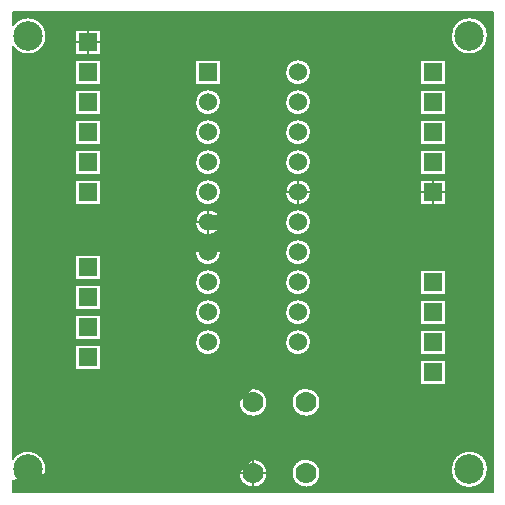
<source format=gbr>
%FSLAX23Y23*%
%MOIN*%
G04 EasyPC Gerber Version 18.0.1 Build 3581 *
%ADD14R,0.06000X0.06000*%
%ADD12R,0.06000X0.06000*%
%ADD71C,0.00500*%
%ADD18C,0.05000*%
%ADD17C,0.05600*%
%ADD13C,0.06000*%
%ADD16C,0.07000*%
%ADD20C,0.09843*%
X0Y0D02*
D02*
D12*
X753Y1519D03*
D02*
D13*
Y619D03*
Y719D03*
Y819D03*
Y919D03*
Y1019D03*
Y1119D03*
Y1219D03*
Y1319D03*
Y1419D03*
X1053Y619D03*
Y719D03*
Y819D03*
Y919D03*
Y1019D03*
Y1119D03*
Y1219D03*
Y1319D03*
Y1419D03*
Y1519D03*
D02*
D14*
X353Y569D03*
Y669D03*
Y769D03*
Y869D03*
Y1119D03*
Y1219D03*
Y1319D03*
Y1419D03*
Y1519D03*
Y1619D03*
X1503Y519D03*
Y619D03*
Y719D03*
Y819D03*
Y1119D03*
Y1219D03*
Y1319D03*
Y1419D03*
Y1519D03*
D02*
D16*
X903Y183D03*
Y419D03*
X1080Y183D03*
Y419D03*
D02*
D17*
X478Y369D03*
Y1019D03*
X903Y1119D03*
D02*
D18*
X478Y369D02*
Y1019D01*
X903Y1119D02*
Y1019D01*
X753*
D02*
D71*
X103Y159D02*
Y119D01*
X1703*
Y1719*
X103*
Y1676*
G75*
G02X215Y1640I50J-36*
G01*
G75*
G02X103Y1604I-62*
G01*
Y231*
G75*
G02X215Y195I50J-36*
G01*
G75*
G02X103Y159I-62*
G01*
X311Y1161D02*
X396D01*
Y1076*
X311*
Y1161*
Y1261D02*
X396D01*
Y1176*
X311*
Y1261*
Y1361D02*
X396D01*
Y1276*
X311*
Y1361*
Y1461D02*
X396D01*
Y1376*
X311*
Y1461*
Y1561D02*
X396D01*
Y1476*
X311*
Y1561*
Y1661D02*
X396D01*
Y1576*
X311*
Y1661*
X396Y526D02*
X311D01*
Y611*
X396*
Y526*
Y626D02*
X311D01*
Y711*
X396*
Y626*
Y726D02*
X311D01*
Y811*
X396*
Y726*
Y826D02*
X311D01*
Y911*
X396*
Y826*
X711Y619D02*
G75*
G02X796I43D01*
G01*
G75*
G02X711I-43*
G01*
Y719D02*
G75*
G02X796I43D01*
G01*
G75*
G02X711I-43*
G01*
Y819D02*
G75*
G02X796I43D01*
G01*
G75*
G02X711I-43*
G01*
Y919D02*
G75*
G02X796I43D01*
G01*
G75*
G02X711I-43*
G01*
Y1019D02*
G75*
G02X796I43D01*
G01*
G75*
G02X711I-43*
G01*
Y1119D02*
G75*
G02X796I43D01*
G01*
G75*
G02X711I-43*
G01*
Y1219D02*
G75*
G02X796I43D01*
G01*
G75*
G02X711I-43*
G01*
Y1319D02*
G75*
G02X796I43D01*
G01*
G75*
G02X711I-43*
G01*
Y1419D02*
G75*
G02X796I43D01*
G01*
G75*
G02X711I-43*
G01*
Y1476D02*
Y1561D01*
X796*
Y1476*
X711*
X903Y230D02*
G75*
G02Y135J-48D01*
G01*
G75*
G02Y230J48*
G01*
Y466D02*
G75*
G02Y371J-48D01*
G01*
G75*
G02Y466J48*
G01*
X1011Y619D02*
G75*
G02X1096I43D01*
G01*
G75*
G02X1011I-43*
G01*
Y719D02*
G75*
G02X1096I43D01*
G01*
G75*
G02X1011I-43*
G01*
Y819D02*
G75*
G02X1096I43D01*
G01*
G75*
G02X1011I-43*
G01*
Y919D02*
G75*
G02X1096I43D01*
G01*
G75*
G02X1011I-43*
G01*
Y1019D02*
G75*
G02X1096I43D01*
G01*
G75*
G02X1011I-43*
G01*
Y1119D02*
G75*
G02X1096I43D01*
G01*
G75*
G02X1011I-43*
G01*
Y1219D02*
G75*
G02X1096I43D01*
G01*
G75*
G02X1011I-43*
G01*
Y1319D02*
G75*
G02X1096I43D01*
G01*
G75*
G02X1011I-43*
G01*
Y1419D02*
G75*
G02X1096I43D01*
G01*
G75*
G02X1011I-43*
G01*
Y1519D02*
G75*
G02X1096I43D01*
G01*
G75*
G02X1011I-43*
G01*
X1080Y230D02*
G75*
G02Y135J-48D01*
G01*
G75*
G02Y230J48*
G01*
Y466D02*
G75*
G02Y371J-48D01*
G01*
G75*
G02Y466J48*
G01*
X1461Y561D02*
X1546D01*
Y476*
X1461*
Y561*
Y661D02*
X1546D01*
Y576*
X1461*
Y661*
Y761D02*
X1546D01*
Y676*
X1461*
Y761*
Y861D02*
X1546D01*
Y776*
X1461*
Y861*
Y1161D02*
X1546D01*
Y1076*
X1461*
Y1161*
Y1261D02*
X1546D01*
Y1176*
X1461*
Y1261*
Y1361D02*
X1546D01*
Y1276*
X1461*
Y1361*
Y1461D02*
X1546D01*
Y1376*
X1461*
Y1461*
Y1561D02*
X1546D01*
Y1476*
X1461*
Y1561*
X1563Y195D02*
G75*
G02X1686I62D01*
G01*
G75*
G02X1563I-62*
G01*
Y1640D02*
G75*
G02X1686I62D01*
G01*
G75*
G02X1563I-62*
G01*
X103Y1119D02*
G36*
Y1019D01*
X711*
G75*
G02X796I43*
G01*
X1011*
G75*
G02X1096I43*
G01*
X1703*
Y1119*
X1546*
Y1076*
X1461*
Y1119*
X1096*
G75*
G02X1011I-43*
G01*
X796*
G75*
G02X711I-43*
G01*
X396*
Y1076*
X311*
Y1119*
X103*
G37*
X311D02*
G36*
Y1161D01*
X396*
Y1119*
X711*
G75*
G02X796I43*
G01*
X1011*
G75*
G02X1096I43*
G01*
X1461*
Y1161*
X1546*
Y1119*
X1703*
Y1219*
X1546*
Y1176*
X1461*
Y1219*
X1096*
G75*
G02X1011I-43*
G01*
X796*
G75*
G02X711I-43*
G01*
X396*
Y1176*
X311*
Y1219*
X103*
Y1119*
X311*
G37*
Y1219D02*
G36*
Y1261D01*
X396*
Y1219*
X711*
G75*
G02X796I43*
G01*
X1011*
G75*
G02X1096I43*
G01*
X1461*
Y1261*
X1546*
Y1219*
X1703*
Y1319*
X1546*
Y1276*
X1461*
Y1319*
X1096*
G75*
G02X1011I-43*
G01*
X796*
G75*
G02X711I-43*
G01*
X396*
Y1276*
X311*
Y1319*
X103*
Y1219*
X311*
G37*
Y1319D02*
G36*
Y1361D01*
X396*
Y1319*
X711*
G75*
G02X796I43*
G01*
X1011*
G75*
G02X1096I43*
G01*
X1461*
Y1361*
X1546*
Y1319*
X1703*
Y1419*
X1546*
Y1376*
X1461*
Y1419*
X1096*
G75*
G02X1011I-43*
G01*
X796*
G75*
G02X711I-43*
G01*
X396*
Y1376*
X311*
Y1419*
X103*
Y1319*
X311*
G37*
Y1419D02*
G36*
Y1461D01*
X396*
Y1419*
X711*
G75*
G02X796I43*
G01*
X1011*
G75*
G02X1096I43*
G01*
X1461*
Y1461*
X1546*
Y1419*
X1703*
Y1519*
X1546*
Y1476*
X1461*
Y1519*
X1096*
G75*
G02X1011I-43*
G01*
X796*
Y1476*
X711*
Y1519*
X396*
Y1476*
X311*
Y1519*
X103*
Y1419*
X311*
G37*
Y1519D02*
G36*
Y1561D01*
X396*
Y1519*
X711*
Y1561*
X796*
Y1519*
X1011*
G75*
G02X1096I43*
G01*
X1461*
Y1561*
X1546*
Y1519*
X1703*
Y1619*
X1682*
G75*
G02X1567I-58J21*
G01*
X396*
Y1576*
X311*
Y1619*
X211*
G75*
G02X103Y1604I-58J21*
G01*
Y1519*
X311*
G37*
Y1619D02*
G36*
Y1661D01*
X396*
Y1619*
X1567*
G75*
G02X1563Y1640I58J21*
G01*
G75*
G02X1686I62*
G01*
G75*
G02X1682Y1619I-62J0*
G01*
X1703*
Y1719*
X103*
Y1676*
G75*
G02X215Y1640I50J-36*
G01*
G75*
G02X211Y1619I-62J0*
G01*
X311*
G37*
X103Y569D02*
G36*
Y519D01*
X1461*
Y561*
X1546*
Y519*
X1703*
Y569*
X396*
Y526*
X311*
Y569*
X103*
G37*
X311D02*
G36*
Y611D01*
X396*
Y569*
X1703*
Y619*
X1546*
Y576*
X1461*
Y619*
X1096*
G75*
G02X1011I-43*
G01*
X796*
G75*
G02X711I-43*
G01*
X103*
Y569*
X311*
G37*
X103Y669D02*
G36*
Y619D01*
X711*
G75*
G02X796I43*
G01*
X1011*
G75*
G02X1096I43*
G01*
X1461*
Y661*
X1546*
Y619*
X1703*
Y669*
X396*
Y626*
X311*
Y669*
X103*
G37*
X311D02*
G36*
Y711D01*
X396*
Y669*
X1703*
Y719*
X1546*
Y676*
X1461*
Y719*
X1096*
G75*
G02X1011I-43*
G01*
X796*
G75*
G02X711I-43*
G01*
X103*
Y669*
X311*
G37*
X103Y769D02*
G36*
Y719D01*
X711*
G75*
G02X796I43*
G01*
X1011*
G75*
G02X1096I43*
G01*
X1461*
Y761*
X1546*
Y719*
X1703*
Y769*
X396*
Y726*
X311*
Y769*
X103*
G37*
X311D02*
G36*
Y811D01*
X396*
Y769*
X1703*
Y819*
X1546*
Y776*
X1461*
Y819*
X1096*
G75*
G02X1011I-43*
G01*
X796*
G75*
G02X711I-43*
G01*
X103*
Y769*
X311*
G37*
X103Y869D02*
G36*
Y819D01*
X711*
G75*
G02X796I43*
G01*
X1011*
G75*
G02X1096I43*
G01*
X1461*
Y861*
X1546*
Y819*
X1703*
Y869*
X396*
Y826*
X311*
Y869*
X103*
G37*
X311D02*
G36*
Y911D01*
X396*
Y869*
X1703*
Y919*
X1096*
G75*
G02X1011I-43*
G01*
X796*
G75*
G02X711I-43*
G01*
X103*
Y869*
X311*
G37*
X711Y919D02*
G36*
G75*
G02X796I43D01*
G01*
X1011*
G75*
G02X1096I43*
G01*
X1703*
Y1019*
X1096*
G75*
G02X1011I-43*
G01*
X796*
G75*
G02X711I-43*
G01*
X103*
Y919*
X711*
G37*
X214Y183D02*
G36*
G75*
G02X103Y159I-60J13D01*
G01*
Y119*
X1703*
Y183*
X1685*
G75*
G02X1564I-60J13*
G01*
X1128*
G75*
G02X1080Y135I-48*
G01*
G75*
G02X1033Y183J48*
G01*
X951*
G75*
G02X903Y135I-48*
G01*
G75*
G02X856Y183J48*
G01*
X214*
G37*
X856D02*
G36*
G75*
G02X903Y230I48D01*
G01*
G75*
G02X951Y183J-48*
G01*
X1033*
G75*
G02X1080Y230I48*
G01*
G75*
G02X1128Y183J-48*
G01*
X1564*
G75*
G02X1563Y195I60J13*
G01*
G75*
G02X1686I62*
G01*
G75*
G02X1685Y183I-62*
G01*
X1703*
Y419*
X1128*
G75*
G02X1080Y371I-48*
G01*
G75*
G02X1033Y419J48*
G01*
X951*
G75*
G02X903Y371I-48*
G01*
G75*
G02X856Y419J48*
G01*
X103*
Y231*
G75*
G02X215Y195I50J-36*
G01*
G75*
G02X214Y183I-62*
G01*
X856*
G37*
Y419D02*
G36*
G75*
G02X903Y466I48D01*
G01*
G75*
G02X951Y419J-48*
G01*
X1033*
G75*
G02X1080Y466I48*
G01*
G75*
G02X1128Y419J-48*
G01*
X1703*
Y519*
X1546*
Y476*
X1461*
Y519*
X103*
Y419*
X856*
G37*
X326Y1619D02*
X311D01*
X353Y1591D02*
Y1576D01*
Y1646D02*
Y1661D01*
X381Y1619D02*
X396D01*
X726Y1019D02*
X711D01*
X753Y991D02*
Y976D01*
Y1046D02*
Y1061D01*
X781Y1019D02*
X796D01*
X871Y183D02*
X856D01*
X903Y150D02*
Y135D01*
Y215D02*
Y230D01*
X936Y183D02*
X951D01*
X1026Y1119D02*
X1011D01*
X1053Y1091D02*
Y1076D01*
Y1146D02*
Y1161D01*
X1081Y1119D02*
X1096D01*
X1476D02*
X1461D01*
X1503Y1091D02*
Y1076D01*
Y1146D02*
Y1161D01*
X1531Y1119D02*
X1546D01*
D02*
D20*
X153Y195D03*
Y1640D03*
X1625Y195D03*
Y1640D03*
X0Y0D02*
M02*

</source>
